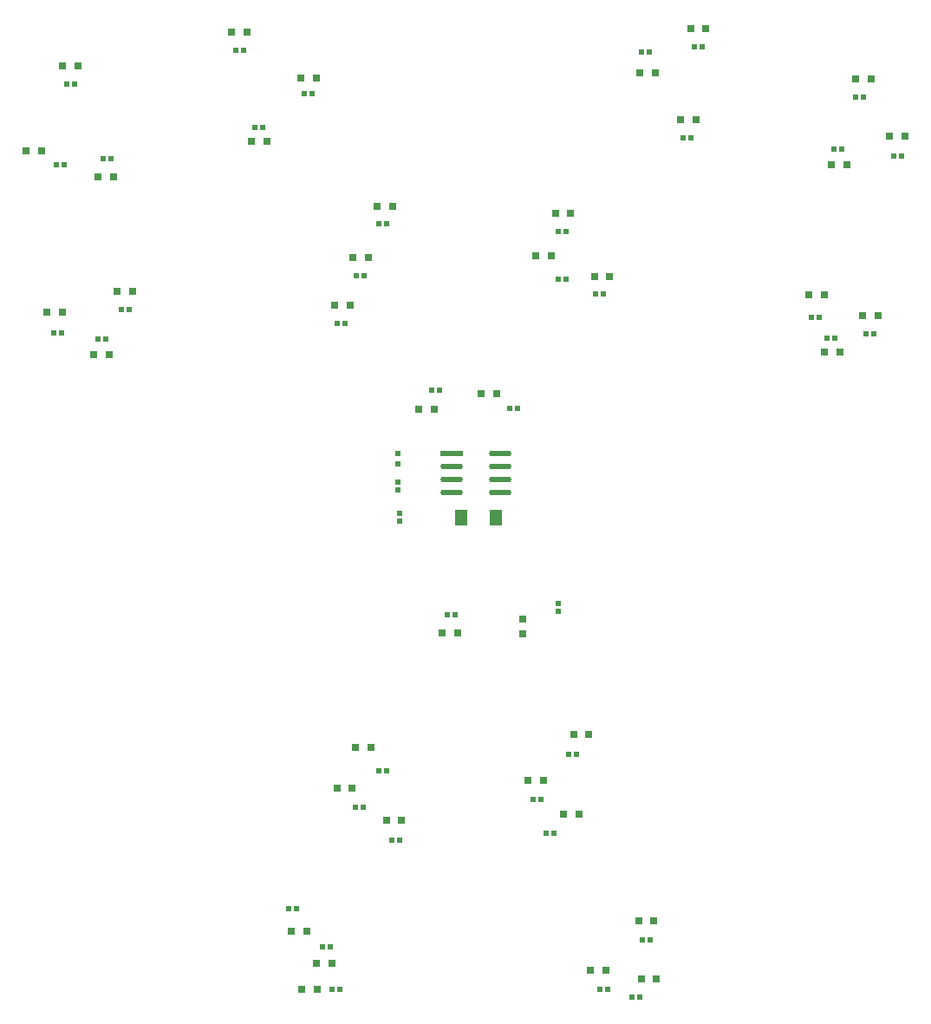
<source format=gtp>
G04*
G04 #@! TF.GenerationSoftware,Altium Limited,Altium Designer,22.8.2 (66)*
G04*
G04 Layer_Color=8421504*
%FSLAX25Y25*%
%MOIN*%
G70*
G04*
G04 #@! TF.SameCoordinates,5BBA7AF8-D70B-405A-A25D-C681712A1337*
G04*
G04*
G04 #@! TF.FilePolarity,Positive*
G04*
G01*
G75*
G04:AMPARAMS|DCode=13|XSize=85.4mil|YSize=22.92mil|CornerRadius=11.46mil|HoleSize=0mil|Usage=FLASHONLY|Rotation=0.000|XOffset=0mil|YOffset=0mil|HoleType=Round|Shape=RoundedRectangle|*
%AMROUNDEDRECTD13*
21,1,0.08540,0.00000,0,0,0.0*
21,1,0.06248,0.02292,0,0,0.0*
1,1,0.02292,0.03124,0.00000*
1,1,0.02292,-0.03124,0.00000*
1,1,0.02292,-0.03124,0.00000*
1,1,0.02292,0.03124,0.00000*
%
%ADD13ROUNDEDRECTD13*%
%ADD14R,0.08540X0.02292*%
%ADD15R,0.02029X0.01860*%
%ADD16R,0.02362X0.01968*%
%ADD17R,0.01860X0.02029*%
%ADD18R,0.03150X0.03150*%
%ADD19R,0.03150X0.03150*%
%ADD20R,0.04921X0.06299*%
D13*
X195806Y218000D02*
D03*
Y213000D02*
D03*
Y208000D02*
D03*
Y203000D02*
D03*
X177194D02*
D03*
Y208000D02*
D03*
Y213000D02*
D03*
D14*
Y218000D02*
D03*
D15*
X130500Y28500D02*
D03*
X127519D02*
D03*
X140010Y82000D02*
D03*
X142990D02*
D03*
X221000Y285000D02*
D03*
X218019D02*
D03*
X253000Y372500D02*
D03*
X250019D02*
D03*
X350000Y332500D02*
D03*
X347019D02*
D03*
X339490Y264000D02*
D03*
X336510D02*
D03*
X324490Y262500D02*
D03*
X321510D02*
D03*
X318500Y270500D02*
D03*
X315519D02*
D03*
X326990Y335000D02*
D03*
X324010D02*
D03*
X332500Y355000D02*
D03*
X335481D02*
D03*
X268990Y339500D02*
D03*
X266010D02*
D03*
X273481Y374500D02*
D03*
X270500D02*
D03*
X220990Y303500D02*
D03*
X218010D02*
D03*
X199510Y235500D02*
D03*
X202490D02*
D03*
X157000Y69500D02*
D03*
X154019D02*
D03*
X131010Y12000D02*
D03*
X133990D02*
D03*
X235500Y279500D02*
D03*
X232519D02*
D03*
X114500Y43000D02*
D03*
X117481D02*
D03*
X149010Y96000D02*
D03*
X151990D02*
D03*
X178500Y156000D02*
D03*
X175519D02*
D03*
X45981Y331500D02*
D03*
X43000D02*
D03*
X32000Y360000D02*
D03*
X29019D02*
D03*
X44000Y262000D02*
D03*
X41019D02*
D03*
X52990Y273500D02*
D03*
X50010D02*
D03*
X27000Y264500D02*
D03*
X24019D02*
D03*
X25019Y329000D02*
D03*
X28000D02*
D03*
X96990Y373000D02*
D03*
X94010D02*
D03*
X123490Y356500D02*
D03*
X120510D02*
D03*
X104490Y343500D02*
D03*
X101510D02*
D03*
X140500Y286500D02*
D03*
X143481D02*
D03*
X152000Y306500D02*
D03*
X149019D02*
D03*
X133000Y268000D02*
D03*
X135981D02*
D03*
X169519Y242500D02*
D03*
X172500D02*
D03*
X216500Y72000D02*
D03*
X213519D02*
D03*
X208510Y85000D02*
D03*
X211490D02*
D03*
X224990Y102500D02*
D03*
X222010D02*
D03*
X249500Y9000D02*
D03*
X246519D02*
D03*
X234010Y12000D02*
D03*
X236990D02*
D03*
X250510Y31000D02*
D03*
X253490D02*
D03*
D16*
X156500Y214032D02*
D03*
Y217969D02*
D03*
D17*
X218000Y157510D02*
D03*
Y160490D02*
D03*
X156500Y204000D02*
D03*
Y206981D02*
D03*
X157000Y192010D02*
D03*
Y194990D02*
D03*
D18*
X125047Y22000D02*
D03*
X130953D02*
D03*
X133000Y89500D02*
D03*
X138906D02*
D03*
X209500Y294000D02*
D03*
X215406D02*
D03*
X249547Y364500D02*
D03*
X255453D02*
D03*
X345500Y340000D02*
D03*
X351406D02*
D03*
X335047Y271000D02*
D03*
X340953D02*
D03*
X320547Y257000D02*
D03*
X326453D02*
D03*
X314547Y279000D02*
D03*
X320453D02*
D03*
X323047Y329000D02*
D03*
X328953D02*
D03*
X338453Y362000D02*
D03*
X332547D02*
D03*
X265047Y346500D02*
D03*
X270953D02*
D03*
X269000Y381500D02*
D03*
X274905D02*
D03*
X217000Y310500D02*
D03*
X222905D02*
D03*
X188547Y241000D02*
D03*
X194453D02*
D03*
X152000Y77000D02*
D03*
X157905D02*
D03*
X119547Y12000D02*
D03*
X125453D02*
D03*
X232000Y286000D02*
D03*
X237906D02*
D03*
X121453Y34500D02*
D03*
X115547D02*
D03*
X145953Y105000D02*
D03*
X140047D02*
D03*
X173547Y149000D02*
D03*
X179453D02*
D03*
X41094Y324500D02*
D03*
X47000D02*
D03*
X27500Y367000D02*
D03*
X33406D02*
D03*
X39595Y256000D02*
D03*
X45500D02*
D03*
X48500Y280500D02*
D03*
X54405D02*
D03*
X21595Y272500D02*
D03*
X27500D02*
D03*
X13547Y334500D02*
D03*
X19453D02*
D03*
X92500Y380000D02*
D03*
X98405D02*
D03*
X119047Y362500D02*
D03*
X124953D02*
D03*
X100047Y338000D02*
D03*
X105953D02*
D03*
X144953Y293500D02*
D03*
X139047D02*
D03*
X148500Y313000D02*
D03*
X154405D02*
D03*
X137953Y275000D02*
D03*
X132047D02*
D03*
X170453Y235000D02*
D03*
X164547D02*
D03*
X225953Y79500D02*
D03*
X220047D02*
D03*
X212405Y92500D02*
D03*
X206500D02*
D03*
X229906Y110000D02*
D03*
X224000D02*
D03*
X255906Y16000D02*
D03*
X250000D02*
D03*
X236500Y19500D02*
D03*
X230594D02*
D03*
X254906Y38500D02*
D03*
X249000D02*
D03*
D19*
X204500Y154453D02*
D03*
Y148547D02*
D03*
D20*
X180807Y193500D02*
D03*
X194193D02*
D03*
M02*

</source>
